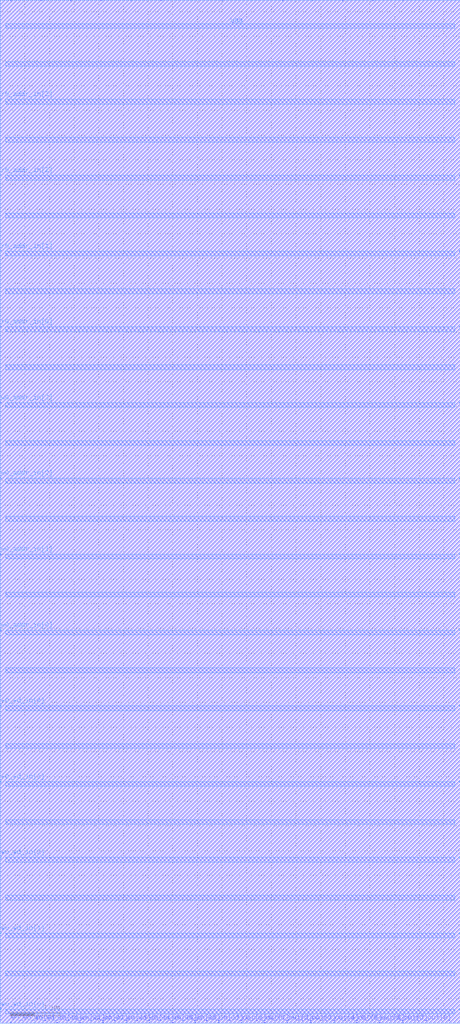
<source format=lef>
VERSION 5.7 ;
BUSBITCHARS "[]" ;
MACRO fakeram_18x256_1r1w
  FOREIGN fakeram_18x256_1r1w 0 0 ;
  SYMMETRY X Y R90 ;
  SIZE 9.332 BY 20.736 ;
  CLASS BLOCK ;
  PIN w0_wd_in[0]
    DIRECTION INPUT ;
    USE SIGNAL ;
    SHAPE ABUTMENT ;
    PORT
      LAYER M4 ;
      RECT 0.000 0.276 0.024 0.300 ;
    END
  END w0_wd_in[0]
  PIN w0_wd_in[1]
    DIRECTION INPUT ;
    USE SIGNAL ;
    SHAPE ABUTMENT ;
    PORT
      LAYER M4 ;
      RECT 0.000 1.812 0.024 1.836 ;
    END
  END w0_wd_in[1]
  PIN w0_wd_in[2]
    DIRECTION INPUT ;
    USE SIGNAL ;
    SHAPE ABUTMENT ;
    PORT
      LAYER M4 ;
      RECT 0.000 3.348 0.024 3.372 ;
    END
  END w0_wd_in[2]
  PIN w0_wd_in[3]
    DIRECTION INPUT ;
    USE SIGNAL ;
    SHAPE ABUTMENT ;
    PORT
      LAYER M4 ;
      RECT 0.000 4.884 0.024 4.908 ;
    END
  END w0_wd_in[3]
  PIN w0_wd_in[4]
    DIRECTION INPUT ;
    USE SIGNAL ;
    SHAPE ABUTMENT ;
    PORT
      LAYER M4 ;
      RECT 0.000 6.420 0.024 6.444 ;
    END
  END w0_wd_in[4]
  PIN w0_wd_in[5]
    DIRECTION INPUT ;
    USE SIGNAL ;
    SHAPE ABUTMENT ;
    PORT
      LAYER M4 ;
      RECT 9.308 0.276 9.332 0.300 ;
    END
  END w0_wd_in[5]
  PIN w0_wd_in[6]
    DIRECTION INPUT ;
    USE SIGNAL ;
    SHAPE ABUTMENT ;
    PORT
      LAYER M4 ;
      RECT 9.308 1.812 9.332 1.836 ;
    END
  END w0_wd_in[6]
  PIN w0_wd_in[7]
    DIRECTION INPUT ;
    USE SIGNAL ;
    SHAPE ABUTMENT ;
    PORT
      LAYER M4 ;
      RECT 9.308 3.348 9.332 3.372 ;
    END
  END w0_wd_in[7]
  PIN w0_wd_in[8]
    DIRECTION INPUT ;
    USE SIGNAL ;
    SHAPE ABUTMENT ;
    PORT
      LAYER M4 ;
      RECT 9.308 4.884 9.332 4.908 ;
    END
  END w0_wd_in[8]
  PIN w0_wd_in[9]
    DIRECTION OUTPUT ;
    USE SIGNAL ;
    SHAPE ABUTMENT ;
    PORT
      LAYER M3 ;
      RECT 0.207 0.000 0.225 0.018 ;
    END
  END w0_wd_in[9]
  PIN w0_wd_in[10]
    DIRECTION OUTPUT ;
    USE SIGNAL ;
    SHAPE ABUTMENT ;
    PORT
      LAYER M3 ;
      RECT 0.675 0.000 0.693 0.018 ;
    END
  END w0_wd_in[10]
  PIN w0_wd_in[11]
    DIRECTION OUTPUT ;
    USE SIGNAL ;
    SHAPE ABUTMENT ;
    PORT
      LAYER M3 ;
      RECT 1.143 0.000 1.161 0.018 ;
    END
  END w0_wd_in[11]
  PIN w0_wd_in[12]
    DIRECTION OUTPUT ;
    USE SIGNAL ;
    SHAPE ABUTMENT ;
    PORT
      LAYER M3 ;
      RECT 1.611 0.000 1.629 0.018 ;
    END
  END w0_wd_in[12]
  PIN w0_wd_in[13]
    DIRECTION OUTPUT ;
    USE SIGNAL ;
    SHAPE ABUTMENT ;
    PORT
      LAYER M3 ;
      RECT 2.079 0.000 2.097 0.018 ;
    END
  END w0_wd_in[13]
  PIN w0_wd_in[14]
    DIRECTION OUTPUT ;
    USE SIGNAL ;
    SHAPE ABUTMENT ;
    PORT
      LAYER M3 ;
      RECT 2.547 0.000 2.565 0.018 ;
    END
  END w0_wd_in[14]
  PIN w0_wd_in[15]
    DIRECTION OUTPUT ;
    USE SIGNAL ;
    SHAPE ABUTMENT ;
    PORT
      LAYER M3 ;
      RECT 3.015 0.000 3.033 0.018 ;
    END
  END w0_wd_in[15]
  PIN w0_wd_in[16]
    DIRECTION OUTPUT ;
    USE SIGNAL ;
    SHAPE ABUTMENT ;
    PORT
      LAYER M3 ;
      RECT 3.483 0.000 3.501 0.018 ;
    END
  END w0_wd_in[16]
  PIN w0_wd_in[17]
    DIRECTION OUTPUT ;
    USE SIGNAL ;
    SHAPE ABUTMENT ;
    PORT
      LAYER M3 ;
      RECT 3.951 0.000 3.969 0.018 ;
    END
  END w0_wd_in[17]
  PIN r0_rd_out[0]
    DIRECTION OUTPUT ;
    USE SIGNAL ;
    SHAPE ABUTMENT ;
    PORT
      LAYER M3 ;
      RECT 4.419 0.000 4.437 0.018 ;
    END
  END r0_rd_out[0]
  PIN r0_rd_out[1]
    DIRECTION OUTPUT ;
    USE SIGNAL ;
    SHAPE ABUTMENT ;
    PORT
      LAYER M3 ;
      RECT 4.887 0.000 4.905 0.018 ;
    END
  END r0_rd_out[1]
  PIN r0_rd_out[2]
    DIRECTION OUTPUT ;
    USE SIGNAL ;
    SHAPE ABUTMENT ;
    PORT
      LAYER M3 ;
      RECT 5.355 0.000 5.373 0.018 ;
    END
  END r0_rd_out[2]
  PIN r0_rd_out[3]
    DIRECTION OUTPUT ;
    USE SIGNAL ;
    SHAPE ABUTMENT ;
    PORT
      LAYER M3 ;
      RECT 5.823 0.000 5.841 0.018 ;
    END
  END r0_rd_out[3]
  PIN r0_rd_out[4]
    DIRECTION OUTPUT ;
    USE SIGNAL ;
    SHAPE ABUTMENT ;
    PORT
      LAYER M3 ;
      RECT 6.291 0.000 6.309 0.018 ;
    END
  END r0_rd_out[4]
  PIN r0_rd_out[5]
    DIRECTION OUTPUT ;
    USE SIGNAL ;
    SHAPE ABUTMENT ;
    PORT
      LAYER M3 ;
      RECT 6.759 0.000 6.777 0.018 ;
    END
  END r0_rd_out[5]
  PIN r0_rd_out[6]
    DIRECTION OUTPUT ;
    USE SIGNAL ;
    SHAPE ABUTMENT ;
    PORT
      LAYER M3 ;
      RECT 7.227 0.000 7.245 0.018 ;
    END
  END r0_rd_out[6]
  PIN r0_rd_out[7]
    DIRECTION OUTPUT ;
    USE SIGNAL ;
    SHAPE ABUTMENT ;
    PORT
      LAYER M3 ;
      RECT 7.695 0.000 7.713 0.018 ;
    END
  END r0_rd_out[7]
  PIN r0_rd_out[8]
    DIRECTION OUTPUT ;
    USE SIGNAL ;
    SHAPE ABUTMENT ;
    PORT
      LAYER M3 ;
      RECT 8.163 0.000 8.181 0.018 ;
    END
  END r0_rd_out[8]
  PIN r0_rd_out[9]
    DIRECTION OUTPUT ;
    USE SIGNAL ;
    SHAPE ABUTMENT ;
    PORT
      LAYER M3 ;
      RECT 0.207 20.718 0.225 20.736 ;
    END
  END r0_rd_out[9]
  PIN r0_rd_out[10]
    DIRECTION OUTPUT ;
    USE SIGNAL ;
    SHAPE ABUTMENT ;
    PORT
      LAYER M3 ;
      RECT 0.819 20.718 0.837 20.736 ;
    END
  END r0_rd_out[10]
  PIN r0_rd_out[11]
    DIRECTION OUTPUT ;
    USE SIGNAL ;
    SHAPE ABUTMENT ;
    PORT
      LAYER M3 ;
      RECT 1.431 20.718 1.449 20.736 ;
    END
  END r0_rd_out[11]
  PIN r0_rd_out[12]
    DIRECTION OUTPUT ;
    USE SIGNAL ;
    SHAPE ABUTMENT ;
    PORT
      LAYER M3 ;
      RECT 2.043 20.718 2.061 20.736 ;
    END
  END r0_rd_out[12]
  PIN r0_rd_out[13]
    DIRECTION OUTPUT ;
    USE SIGNAL ;
    SHAPE ABUTMENT ;
    PORT
      LAYER M3 ;
      RECT 2.655 20.718 2.673 20.736 ;
    END
  END r0_rd_out[13]
  PIN r0_rd_out[14]
    DIRECTION OUTPUT ;
    USE SIGNAL ;
    SHAPE ABUTMENT ;
    PORT
      LAYER M3 ;
      RECT 3.267 20.718 3.285 20.736 ;
    END
  END r0_rd_out[14]
  PIN r0_rd_out[15]
    DIRECTION OUTPUT ;
    USE SIGNAL ;
    SHAPE ABUTMENT ;
    PORT
      LAYER M3 ;
      RECT 3.879 20.718 3.897 20.736 ;
    END
  END r0_rd_out[15]
  PIN r0_rd_out[16]
    DIRECTION OUTPUT ;
    USE SIGNAL ;
    SHAPE ABUTMENT ;
    PORT
      LAYER M3 ;
      RECT 4.491 20.718 4.509 20.736 ;
    END
  END r0_rd_out[16]
  PIN r0_rd_out[17]
    DIRECTION OUTPUT ;
    USE SIGNAL ;
    SHAPE ABUTMENT ;
    PORT
      LAYER M3 ;
      RECT 5.103 20.718 5.121 20.736 ;
    END
  END r0_rd_out[17]
  PIN w0_addr_in[0]
    DIRECTION INPUT ;
    USE SIGNAL ;
    SHAPE ABUTMENT ;
    PORT
      LAYER M4 ;
      RECT 0.000 7.956 0.024 7.980 ;
    END
  END w0_addr_in[0]
  PIN w0_addr_in[1]
    DIRECTION INPUT ;
    USE SIGNAL ;
    SHAPE ABUTMENT ;
    PORT
      LAYER M4 ;
      RECT 0.000 9.492 0.024 9.516 ;
    END
  END w0_addr_in[1]
  PIN w0_addr_in[2]
    DIRECTION INPUT ;
    USE SIGNAL ;
    SHAPE ABUTMENT ;
    PORT
      LAYER M4 ;
      RECT 0.000 11.028 0.024 11.052 ;
    END
  END w0_addr_in[2]
  PIN w0_addr_in[3]
    DIRECTION INPUT ;
    USE SIGNAL ;
    SHAPE ABUTMENT ;
    PORT
      LAYER M4 ;
      RECT 0.000 12.564 0.024 12.588 ;
    END
  END w0_addr_in[3]
  PIN w0_addr_in[4]
    DIRECTION INPUT ;
    USE SIGNAL ;
    SHAPE ABUTMENT ;
    PORT
      LAYER M4 ;
      RECT 9.308 6.420 9.332 6.444 ;
    END
  END w0_addr_in[4]
  PIN w0_addr_in[5]
    DIRECTION INPUT ;
    USE SIGNAL ;
    SHAPE ABUTMENT ;
    PORT
      LAYER M4 ;
      RECT 9.308 7.956 9.332 7.980 ;
    END
  END w0_addr_in[5]
  PIN w0_addr_in[6]
    DIRECTION INPUT ;
    USE SIGNAL ;
    SHAPE ABUTMENT ;
    PORT
      LAYER M4 ;
      RECT 9.308 9.492 9.332 9.516 ;
    END
  END w0_addr_in[6]
  PIN w0_addr_in[7]
    DIRECTION INPUT ;
    USE SIGNAL ;
    SHAPE ABUTMENT ;
    PORT
      LAYER M4 ;
      RECT 9.308 11.028 9.332 11.052 ;
    END
  END w0_addr_in[7]
  PIN r0_addr_in[0]
    DIRECTION INPUT ;
    USE SIGNAL ;
    SHAPE ABUTMENT ;
    PORT
      LAYER M4 ;
      RECT 0.000 14.100 0.024 14.124 ;
    END
  END r0_addr_in[0]
  PIN r0_addr_in[1]
    DIRECTION INPUT ;
    USE SIGNAL ;
    SHAPE ABUTMENT ;
    PORT
      LAYER M4 ;
      RECT 0.000 15.636 0.024 15.660 ;
    END
  END r0_addr_in[1]
  PIN r0_addr_in[2]
    DIRECTION INPUT ;
    USE SIGNAL ;
    SHAPE ABUTMENT ;
    PORT
      LAYER M4 ;
      RECT 0.000 17.172 0.024 17.196 ;
    END
  END r0_addr_in[2]
  PIN r0_addr_in[3]
    DIRECTION INPUT ;
    USE SIGNAL ;
    SHAPE ABUTMENT ;
    PORT
      LAYER M4 ;
      RECT 0.000 18.708 0.024 18.732 ;
    END
  END r0_addr_in[3]
  PIN r0_addr_in[4]
    DIRECTION INPUT ;
    USE SIGNAL ;
    SHAPE ABUTMENT ;
    PORT
      LAYER M4 ;
      RECT 9.308 12.564 9.332 12.588 ;
    END
  END r0_addr_in[4]
  PIN r0_addr_in[5]
    DIRECTION INPUT ;
    USE SIGNAL ;
    SHAPE ABUTMENT ;
    PORT
      LAYER M4 ;
      RECT 9.308 14.100 9.332 14.124 ;
    END
  END r0_addr_in[5]
  PIN r0_addr_in[6]
    DIRECTION INPUT ;
    USE SIGNAL ;
    SHAPE ABUTMENT ;
    PORT
      LAYER M4 ;
      RECT 9.308 15.636 9.332 15.660 ;
    END
  END r0_addr_in[6]
  PIN r0_addr_in[7]
    DIRECTION INPUT ;
    USE SIGNAL ;
    SHAPE ABUTMENT ;
    PORT
      LAYER M4 ;
      RECT 9.308 17.172 9.332 17.196 ;
    END
  END r0_addr_in[7]
  PIN w0_we_in
    DIRECTION INPUT ;
    USE SIGNAL ;
    SHAPE ABUTMENT ;
    PORT
      LAYER M3 ;
      RECT 5.715 20.718 5.733 20.736 ;
    END
  END w0_we_in
  PIN w0_ce_in
    DIRECTION INPUT ;
    USE SIGNAL ;
    SHAPE ABUTMENT ;
    PORT
      LAYER M3 ;
      RECT 6.327 20.718 6.345 20.736 ;
    END
  END w0_ce_in
  PIN w0_clk
    DIRECTION INPUT ;
    USE SIGNAL ;
    SHAPE ABUTMENT ;
    PORT
      LAYER M3 ;
      RECT 6.939 20.718 6.957 20.736 ;
    END
  END w0_clk
  PIN r0_ce_in
    DIRECTION INPUT ;
    USE SIGNAL ;
    SHAPE ABUTMENT ;
    PORT
      LAYER M3 ;
      RECT 7.551 20.718 7.569 20.736 ;
    END
  END r0_ce_in
  PIN r0_clk
    DIRECTION INPUT ;
    USE SIGNAL ;
    SHAPE ABUTMENT ;
    PORT
      LAYER M3 ;
      RECT 8.163 20.718 8.181 20.736 ;
    END
  END r0_clk
  PIN VSS
    DIRECTION INOUT ;
    USE GROUND ;
    PORT
      LAYER M4 ;
      RECT 0.108 0.192 9.224 0.288 ;
      RECT 0.108 0.960 9.224 1.056 ;
      RECT 0.108 1.728 9.224 1.824 ;
      RECT 0.108 2.496 9.224 2.592 ;
      RECT 0.108 3.264 9.224 3.360 ;
      RECT 0.108 4.032 9.224 4.128 ;
      RECT 0.108 4.800 9.224 4.896 ;
      RECT 0.108 5.568 9.224 5.664 ;
      RECT 0.108 6.336 9.224 6.432 ;
      RECT 0.108 7.104 9.224 7.200 ;
      RECT 0.108 7.872 9.224 7.968 ;
      RECT 0.108 8.640 9.224 8.736 ;
      RECT 0.108 9.408 9.224 9.504 ;
      RECT 0.108 10.176 9.224 10.272 ;
      RECT 0.108 10.944 9.224 11.040 ;
      RECT 0.108 11.712 9.224 11.808 ;
      RECT 0.108 12.480 9.224 12.576 ;
      RECT 0.108 13.248 9.224 13.344 ;
      RECT 0.108 14.016 9.224 14.112 ;
      RECT 0.108 14.784 9.224 14.880 ;
      RECT 0.108 15.552 9.224 15.648 ;
      RECT 0.108 16.320 9.224 16.416 ;
      RECT 0.108 17.088 9.224 17.184 ;
      RECT 0.108 17.856 9.224 17.952 ;
      RECT 0.108 18.624 9.224 18.720 ;
      RECT 0.108 19.392 9.224 19.488 ;
      RECT 0.108 20.160 9.224 20.256 ;
    END
  END VSS
  PIN VDD
    DIRECTION INOUT ;
    USE POWER ;
    PORT
      LAYER M4 ;
      RECT 0.108 0.192 9.224 0.288 ;
      RECT 0.108 0.960 9.224 1.056 ;
      RECT 0.108 1.728 9.224 1.824 ;
      RECT 0.108 2.496 9.224 2.592 ;
      RECT 0.108 3.264 9.224 3.360 ;
      RECT 0.108 4.032 9.224 4.128 ;
      RECT 0.108 4.800 9.224 4.896 ;
      RECT 0.108 5.568 9.224 5.664 ;
      RECT 0.108 6.336 9.224 6.432 ;
      RECT 0.108 7.104 9.224 7.200 ;
      RECT 0.108 7.872 9.224 7.968 ;
      RECT 0.108 8.640 9.224 8.736 ;
      RECT 0.108 9.408 9.224 9.504 ;
      RECT 0.108 10.176 9.224 10.272 ;
      RECT 0.108 10.944 9.224 11.040 ;
      RECT 0.108 11.712 9.224 11.808 ;
      RECT 0.108 12.480 9.224 12.576 ;
      RECT 0.108 13.248 9.224 13.344 ;
      RECT 0.108 14.016 9.224 14.112 ;
      RECT 0.108 14.784 9.224 14.880 ;
      RECT 0.108 15.552 9.224 15.648 ;
      RECT 0.108 16.320 9.224 16.416 ;
      RECT 0.108 17.088 9.224 17.184 ;
      RECT 0.108 17.856 9.224 17.952 ;
      RECT 0.108 18.624 9.224 18.720 ;
      RECT 0.108 19.392 9.224 19.488 ;
      RECT 0.108 20.160 9.224 20.256 ;
    END
  END VDD
  OBS
    LAYER M1 ;
    RECT 0 0 9.332 20.736 ;
    LAYER M2 ;
    RECT 0 0 9.332 20.736 ;
    LAYER M3 ;
    RECT 0 0 9.332 20.736 ;
    LAYER M4 ;
    RECT 0 0 9.332 20.736 ;
  END
END fakeram_18x256_1r1w

END LIBRARY

</source>
